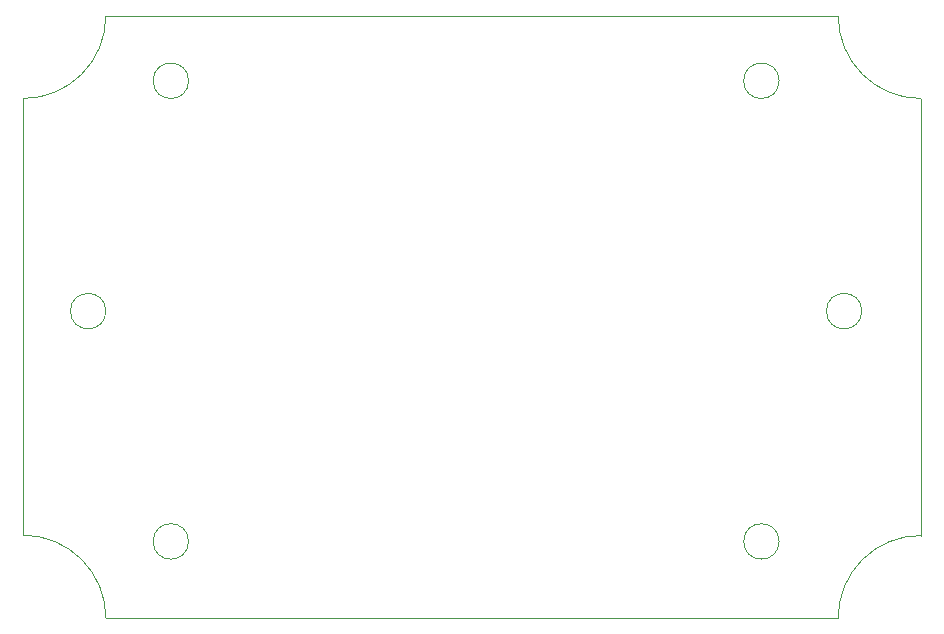
<source format=gbr>
G04 #@! TF.GenerationSoftware,KiCad,Pcbnew,5.1.5+dfsg1-2build2*
G04 #@! TF.CreationDate,2020-09-18T15:20:15+03:00*
G04 #@! TF.ProjectId,NRF_SENDER,4e52465f-5345-44e4-9445-522e6b696361,rev?*
G04 #@! TF.SameCoordinates,Original*
G04 #@! TF.FileFunction,Profile,NP*
%FSLAX46Y46*%
G04 Gerber Fmt 4.6, Leading zero omitted, Abs format (unit mm)*
G04 Created by KiCad (PCBNEW 5.1.5+dfsg1-2build2) date 2020-09-18 15:20:15*
%MOMM*%
%LPD*%
G04 APERTURE LIST*
%ADD10C,0.120000*%
G04 APERTURE END LIST*
D10*
X125140000Y-67740000D02*
G75*
G03X125140000Y-67740000I-1500000J0D01*
G01*
X61140000Y-67740000D02*
G75*
G03X61140000Y-67740000I-1500000J0D01*
G01*
X68140000Y-48240000D02*
G75*
G03X68140000Y-48240000I-1500000J0D01*
G01*
X118140000Y-48240000D02*
G75*
G03X118140000Y-48240000I-1500000J0D01*
G01*
X118140000Y-87240000D02*
G75*
G03X118140000Y-87240000I-1500000J0D01*
G01*
X68140000Y-87240000D02*
G75*
G03X68140000Y-87240000I-1500000J0D01*
G01*
X130140000Y-86740000D02*
X130140000Y-49740000D01*
X61140000Y-93740000D02*
X123140000Y-93740000D01*
X54140000Y-49740000D02*
X54140000Y-86709936D01*
X61140000Y-42740000D02*
X123140000Y-42740000D01*
X61140000Y-42740000D02*
G75*
G02X54140000Y-49740000I-7000000J0D01*
G01*
X130140000Y-49740000D02*
G75*
G02X123140000Y-42740000I0J7000000D01*
G01*
X54140000Y-86709936D02*
G75*
G02X61140000Y-93740000I0J-7000064D01*
G01*
X123140000Y-93740000D02*
G75*
G02X130140000Y-86740000I6970000J30000D01*
G01*
M02*

</source>
